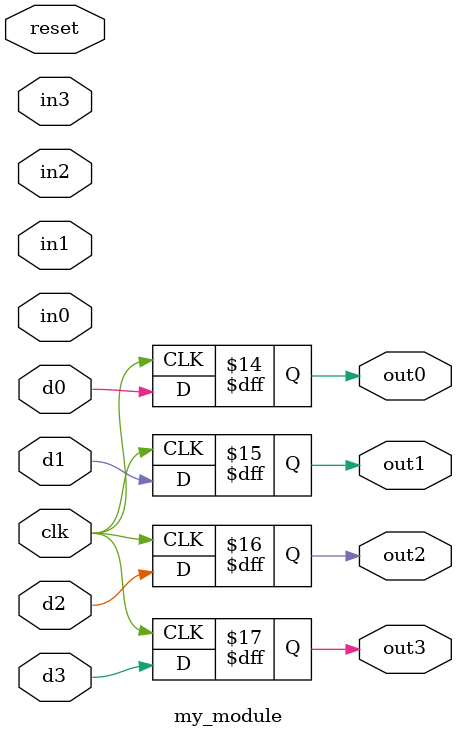
<source format=v>
module my_module (
  input in0, in1, in2, in3, d0, d1, d2, d3, clk, reset,
  output reg out0, out1, out2, out3
);

  wire n1, n2, n3, n4;

  assign n1 = ~(reset | n1);
  assign n2 = (in0 & d0) | (in1 & ~d0);
  assign n3 = ~(reset | n3);
  assign n4 = (in2 & d3) | (in3 & ~d3);

  always @(posedge clk) begin
    out0 <= d0;
    out1 <= d1;
    out2 <= d2;
    out3 <= d3;
  end

endmodule
</source>
